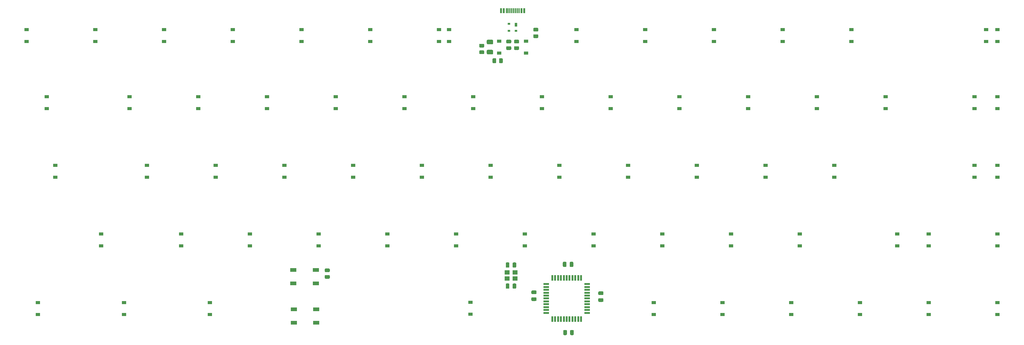
<source format=gbp>
G04 #@! TF.GenerationSoftware,KiCad,Pcbnew,(5.1.10)-1*
G04 #@! TF.CreationDate,2021-06-12T19:03:55-06:00*
G04 #@! TF.ProjectId,pcb,7063622e-6b69-4636-9164-5f7063625858,rev?*
G04 #@! TF.SameCoordinates,Original*
G04 #@! TF.FileFunction,Paste,Bot*
G04 #@! TF.FilePolarity,Positive*
%FSLAX46Y46*%
G04 Gerber Fmt 4.6, Leading zero omitted, Abs format (unit mm)*
G04 Created by KiCad (PCBNEW (5.1.10)-1) date 2021-06-12 19:03:55*
%MOMM*%
%LPD*%
G01*
G04 APERTURE LIST*
%ADD10R,0.600000X1.450000*%
%ADD11R,0.300000X1.450000*%
%ADD12R,0.700000X0.600000*%
%ADD13R,0.700000X1.000000*%
%ADD14R,1.400000X1.200000*%
%ADD15R,0.550000X1.500000*%
%ADD16R,1.500000X0.550000*%
%ADD17R,1.800000X1.100000*%
%ADD18R,1.200000X0.900000*%
G04 APERTURE END LIST*
D10*
X210188075Y-83260000D03*
X203738075Y-83260000D03*
X209413075Y-83260000D03*
X204513075Y-83260000D03*
D11*
X205213075Y-83260000D03*
X208713075Y-83260000D03*
X205713075Y-83260000D03*
X208213075Y-83260000D03*
X206213075Y-83260000D03*
X207713075Y-83260000D03*
X207213075Y-83260000D03*
X206713075Y-83260000D03*
D12*
X205899000Y-88822000D03*
X207899000Y-88822000D03*
X205899000Y-86922000D03*
D13*
X207899000Y-87122000D03*
G36*
G01*
X230919000Y-163071000D02*
X231869000Y-163071000D01*
G75*
G02*
X232119000Y-163321000I0J-250000D01*
G01*
X232119000Y-163821000D01*
G75*
G02*
X231869000Y-164071000I-250000J0D01*
G01*
X230919000Y-164071000D01*
G75*
G02*
X230669000Y-163821000I0J250000D01*
G01*
X230669000Y-163321000D01*
G75*
G02*
X230919000Y-163071000I250000J0D01*
G01*
G37*
G36*
G01*
X230919000Y-161171000D02*
X231869000Y-161171000D01*
G75*
G02*
X232119000Y-161421000I0J-250000D01*
G01*
X232119000Y-161921000D01*
G75*
G02*
X231869000Y-162171000I-250000J0D01*
G01*
X230919000Y-162171000D01*
G75*
G02*
X230669000Y-161921000I0J250000D01*
G01*
X230669000Y-161421000D01*
G75*
G02*
X230919000Y-161171000I250000J0D01*
G01*
G37*
D14*
X205402000Y-157631500D03*
X207602000Y-157631500D03*
X207602000Y-155931500D03*
X205402000Y-155931500D03*
D15*
X217932500Y-168831500D03*
X218732500Y-168831500D03*
X219532500Y-168831500D03*
X220332500Y-168831500D03*
X221132500Y-168831500D03*
X221932500Y-168831500D03*
X222732500Y-168831500D03*
X223532500Y-168831500D03*
X224332500Y-168831500D03*
X225132500Y-168831500D03*
X225932500Y-168831500D03*
D16*
X227632500Y-167131500D03*
X227632500Y-166331500D03*
X227632500Y-165531500D03*
X227632500Y-164731500D03*
X227632500Y-163931500D03*
X227632500Y-163131500D03*
X227632500Y-162331500D03*
X227632500Y-161531500D03*
X227632500Y-160731500D03*
X227632500Y-159931500D03*
X227632500Y-159131500D03*
D15*
X225932500Y-157431500D03*
X225132500Y-157431500D03*
X224332500Y-157431500D03*
X223532500Y-157431500D03*
X222732500Y-157431500D03*
X221932500Y-157431500D03*
X221132500Y-157431500D03*
X220332500Y-157431500D03*
X219532500Y-157431500D03*
X218732500Y-157431500D03*
X217932500Y-157431500D03*
D16*
X216232500Y-159131500D03*
X216232500Y-159931500D03*
X216232500Y-160731500D03*
X216232500Y-161531500D03*
X216232500Y-162331500D03*
X216232500Y-163131500D03*
X216232500Y-163931500D03*
X216232500Y-164731500D03*
X216232500Y-165531500D03*
X216232500Y-166331500D03*
X216232500Y-167131500D03*
D17*
X152515500Y-169871000D03*
X146315500Y-166171000D03*
X152515500Y-166171000D03*
X146315500Y-169871000D03*
X152388500Y-158949000D03*
X146188500Y-155249000D03*
X152388500Y-155249000D03*
X146188500Y-158949000D03*
G36*
G01*
X155124998Y-156633500D02*
X156025002Y-156633500D01*
G75*
G02*
X156275000Y-156883498I0J-249998D01*
G01*
X156275000Y-157408502D01*
G75*
G02*
X156025002Y-157658500I-249998J0D01*
G01*
X155124998Y-157658500D01*
G75*
G02*
X154875000Y-157408502I0J249998D01*
G01*
X154875000Y-156883498D01*
G75*
G02*
X155124998Y-156633500I249998J0D01*
G01*
G37*
G36*
G01*
X155124998Y-154808500D02*
X156025002Y-154808500D01*
G75*
G02*
X156275000Y-155058498I0J-249998D01*
G01*
X156275000Y-155583502D01*
G75*
G02*
X156025002Y-155833500I-249998J0D01*
G01*
X155124998Y-155833500D01*
G75*
G02*
X154875000Y-155583502I0J249998D01*
G01*
X154875000Y-155058498D01*
G75*
G02*
X155124998Y-154808500I249998J0D01*
G01*
G37*
G36*
G01*
X206317002Y-92333500D02*
X205416998Y-92333500D01*
G75*
G02*
X205167000Y-92083502I0J249998D01*
G01*
X205167000Y-91558498D01*
G75*
G02*
X205416998Y-91308500I249998J0D01*
G01*
X206317002Y-91308500D01*
G75*
G02*
X206567000Y-91558498I0J-249998D01*
G01*
X206567000Y-92083502D01*
G75*
G02*
X206317002Y-92333500I-249998J0D01*
G01*
G37*
G36*
G01*
X206317002Y-94158500D02*
X205416998Y-94158500D01*
G75*
G02*
X205167000Y-93908502I0J249998D01*
G01*
X205167000Y-93383498D01*
G75*
G02*
X205416998Y-93133500I249998J0D01*
G01*
X206317002Y-93133500D01*
G75*
G02*
X206567000Y-93383498I0J-249998D01*
G01*
X206567000Y-93908502D01*
G75*
G02*
X206317002Y-94158500I-249998J0D01*
G01*
G37*
G36*
G01*
X201370500Y-97605002D02*
X201370500Y-96704998D01*
G75*
G02*
X201620498Y-96455000I249998J0D01*
G01*
X202145502Y-96455000D01*
G75*
G02*
X202395500Y-96704998I0J-249998D01*
G01*
X202395500Y-97605002D01*
G75*
G02*
X202145502Y-97855000I-249998J0D01*
G01*
X201620498Y-97855000D01*
G75*
G02*
X201370500Y-97605002I0J249998D01*
G01*
G37*
G36*
G01*
X203195500Y-97605002D02*
X203195500Y-96704998D01*
G75*
G02*
X203445498Y-96455000I249998J0D01*
G01*
X203970502Y-96455000D01*
G75*
G02*
X204220500Y-96704998I0J-249998D01*
G01*
X204220500Y-97605002D01*
G75*
G02*
X203970502Y-97855000I-249998J0D01*
G01*
X203445498Y-97855000D01*
G75*
G02*
X203195500Y-97605002I0J249998D01*
G01*
G37*
G36*
G01*
X208476002Y-92333500D02*
X207575998Y-92333500D01*
G75*
G02*
X207326000Y-92083502I0J249998D01*
G01*
X207326000Y-91558498D01*
G75*
G02*
X207575998Y-91308500I249998J0D01*
G01*
X208476002Y-91308500D01*
G75*
G02*
X208726000Y-91558498I0J-249998D01*
G01*
X208726000Y-92083502D01*
G75*
G02*
X208476002Y-92333500I-249998J0D01*
G01*
G37*
G36*
G01*
X208476002Y-94158500D02*
X207575998Y-94158500D01*
G75*
G02*
X207326000Y-93908502I0J249998D01*
G01*
X207326000Y-93383498D01*
G75*
G02*
X207575998Y-93133500I249998J0D01*
G01*
X208476002Y-93133500D01*
G75*
G02*
X208726000Y-93383498I0J-249998D01*
G01*
X208726000Y-93908502D01*
G75*
G02*
X208476002Y-94158500I-249998J0D01*
G01*
G37*
G36*
G01*
X213810002Y-89031500D02*
X212909998Y-89031500D01*
G75*
G02*
X212660000Y-88781502I0J249998D01*
G01*
X212660000Y-88256498D01*
G75*
G02*
X212909998Y-88006500I249998J0D01*
G01*
X213810002Y-88006500D01*
G75*
G02*
X214060000Y-88256498I0J-249998D01*
G01*
X214060000Y-88781502D01*
G75*
G02*
X213810002Y-89031500I-249998J0D01*
G01*
G37*
G36*
G01*
X213810002Y-90856500D02*
X212909998Y-90856500D01*
G75*
G02*
X212660000Y-90606502I0J249998D01*
G01*
X212660000Y-90081498D01*
G75*
G02*
X212909998Y-89831500I249998J0D01*
G01*
X213810002Y-89831500D01*
G75*
G02*
X214060000Y-90081498I0J-249998D01*
G01*
X214060000Y-90606502D01*
G75*
G02*
X213810002Y-90856500I-249998J0D01*
G01*
G37*
G36*
G01*
X198824002Y-95301500D02*
X197923998Y-95301500D01*
G75*
G02*
X197674000Y-95051502I0J249998D01*
G01*
X197674000Y-94526498D01*
G75*
G02*
X197923998Y-94276500I249998J0D01*
G01*
X198824002Y-94276500D01*
G75*
G02*
X199074000Y-94526498I0J-249998D01*
G01*
X199074000Y-95051502D01*
G75*
G02*
X198824002Y-95301500I-249998J0D01*
G01*
G37*
G36*
G01*
X198824002Y-93476500D02*
X197923998Y-93476500D01*
G75*
G02*
X197674000Y-93226502I0J249998D01*
G01*
X197674000Y-92701498D01*
G75*
G02*
X197923998Y-92451500I249998J0D01*
G01*
X198824002Y-92451500D01*
G75*
G02*
X199074000Y-92701498I0J-249998D01*
G01*
X199074000Y-93226502D01*
G75*
G02*
X198824002Y-93476500I-249998J0D01*
G01*
G37*
G36*
G01*
X201285000Y-92573000D02*
X200035000Y-92573000D01*
G75*
G02*
X199785000Y-92323000I0J250000D01*
G01*
X199785000Y-91573000D01*
G75*
G02*
X200035000Y-91323000I250000J0D01*
G01*
X201285000Y-91323000D01*
G75*
G02*
X201535000Y-91573000I0J-250000D01*
G01*
X201535000Y-92323000D01*
G75*
G02*
X201285000Y-92573000I-250000J0D01*
G01*
G37*
G36*
G01*
X201285000Y-95373000D02*
X200035000Y-95373000D01*
G75*
G02*
X199785000Y-95123000I0J250000D01*
G01*
X199785000Y-94373000D01*
G75*
G02*
X200035000Y-94123000I250000J0D01*
G01*
X201285000Y-94123000D01*
G75*
G02*
X201535000Y-94373000I0J-250000D01*
G01*
X201535000Y-95123000D01*
G75*
G02*
X201285000Y-95373000I-250000J0D01*
G01*
G37*
D18*
X341312500Y-164243750D03*
X341312500Y-167543750D03*
X341312500Y-145193750D03*
X341312500Y-148493750D03*
X341312500Y-126143750D03*
X341312500Y-129443750D03*
X341312500Y-107093750D03*
X341312500Y-110393750D03*
X341312500Y-88521000D03*
X341312500Y-91821000D03*
X322262500Y-164243750D03*
X322262500Y-167543750D03*
X322262500Y-145193750D03*
X322262500Y-148493750D03*
X334962500Y-126143750D03*
X334962500Y-129443750D03*
X334962500Y-107093750D03*
X334962500Y-110393750D03*
X338137500Y-88521000D03*
X338137500Y-91821000D03*
X303212500Y-164243750D03*
X303212500Y-167543750D03*
X313531250Y-145193750D03*
X313531250Y-148493750D03*
X310356250Y-107093750D03*
X310356250Y-110393750D03*
X300831250Y-88521000D03*
X300831250Y-91821000D03*
X284162500Y-164243750D03*
X284162500Y-167543750D03*
X286543750Y-145193750D03*
X286543750Y-148493750D03*
X296068750Y-126143750D03*
X296068750Y-129443750D03*
X291306250Y-107093750D03*
X291306250Y-110393750D03*
X281781250Y-88521000D03*
X281781250Y-91821000D03*
X265112500Y-164243750D03*
X265112500Y-167543750D03*
X267493750Y-145193750D03*
X267493750Y-148493750D03*
X277018750Y-126143750D03*
X277018750Y-129443750D03*
X272256250Y-107093750D03*
X272256250Y-110393750D03*
X262731250Y-88521000D03*
X262731250Y-91821000D03*
X246062500Y-164243750D03*
X246062500Y-167543750D03*
X248443750Y-145193750D03*
X248443750Y-148493750D03*
X257968750Y-126143750D03*
X257968750Y-129443750D03*
X253206250Y-107093750D03*
X253206250Y-110393750D03*
X243681250Y-88521000D03*
X243681250Y-91821000D03*
X229393750Y-145193750D03*
X229393750Y-148493750D03*
X238918750Y-126143750D03*
X238918750Y-129443750D03*
X234156250Y-107093750D03*
X234156250Y-110393750D03*
X224631250Y-88521000D03*
X224631250Y-91821000D03*
X210343750Y-145193750D03*
X210343750Y-148493750D03*
X219868750Y-126143750D03*
X219868750Y-129443750D03*
X215106250Y-107093750D03*
X215106250Y-110393750D03*
X189357000Y-88520000D03*
X189357000Y-91820000D03*
X191293750Y-145193750D03*
X191293750Y-148493750D03*
X200818750Y-126143750D03*
X200818750Y-129443750D03*
X196056250Y-107093750D03*
X196056250Y-110393750D03*
X186531250Y-88521000D03*
X186531250Y-91821000D03*
X195262500Y-164211000D03*
X195262500Y-167511000D03*
X172243750Y-145193750D03*
X172243750Y-148493750D03*
X181768750Y-126143750D03*
X181768750Y-129443750D03*
X177006250Y-107093750D03*
X177006250Y-110393750D03*
X167481250Y-88521000D03*
X167481250Y-91821000D03*
X153193750Y-145193750D03*
X153193750Y-148493750D03*
X162718750Y-126143750D03*
X162718750Y-129443750D03*
X157956250Y-107093750D03*
X157956250Y-110393750D03*
X148431250Y-88519000D03*
X148431250Y-91819000D03*
X134143750Y-145193750D03*
X134143750Y-148493750D03*
X143668750Y-126143750D03*
X143668750Y-129443750D03*
X138906250Y-107093750D03*
X138906250Y-110393750D03*
X129381250Y-88519000D03*
X129381250Y-91819000D03*
X123031250Y-164243750D03*
X123031250Y-167543750D03*
X115093750Y-145193750D03*
X115093750Y-148493750D03*
X124618750Y-126143750D03*
X124618750Y-129443750D03*
X119856250Y-107093750D03*
X119856250Y-110393750D03*
X110331250Y-88519000D03*
X110331250Y-91819000D03*
X99218750Y-164243750D03*
X99218750Y-167543750D03*
X105568750Y-126143750D03*
X105568750Y-129443750D03*
X100806250Y-107093750D03*
X100806250Y-110393750D03*
X91281250Y-88519000D03*
X91281250Y-91819000D03*
X75406250Y-164243750D03*
X75406250Y-167543750D03*
X92868750Y-145193750D03*
X92868750Y-148493750D03*
X80168750Y-126206250D03*
X80168750Y-129506250D03*
X77787500Y-107093750D03*
X77787500Y-110393750D03*
X72231250Y-88519000D03*
X72231250Y-91819000D03*
X203200000Y-94994000D03*
X203200000Y-91694000D03*
X210693000Y-94994000D03*
X210693000Y-91694000D03*
G36*
G01*
X221993000Y-172118000D02*
X221993000Y-173068000D01*
G75*
G02*
X221743000Y-173318000I-250000J0D01*
G01*
X221243000Y-173318000D01*
G75*
G02*
X220993000Y-173068000I0J250000D01*
G01*
X220993000Y-172118000D01*
G75*
G02*
X221243000Y-171868000I250000J0D01*
G01*
X221743000Y-171868000D01*
G75*
G02*
X221993000Y-172118000I0J-250000D01*
G01*
G37*
G36*
G01*
X223893000Y-172118000D02*
X223893000Y-173068000D01*
G75*
G02*
X223643000Y-173318000I-250000J0D01*
G01*
X223143000Y-173318000D01*
G75*
G02*
X222893000Y-173068000I0J250000D01*
G01*
X222893000Y-172118000D01*
G75*
G02*
X223143000Y-171868000I250000J0D01*
G01*
X223643000Y-171868000D01*
G75*
G02*
X223893000Y-172118000I0J-250000D01*
G01*
G37*
G36*
G01*
X213327000Y-161917000D02*
X212377000Y-161917000D01*
G75*
G02*
X212127000Y-161667000I0J250000D01*
G01*
X212127000Y-161167000D01*
G75*
G02*
X212377000Y-160917000I250000J0D01*
G01*
X213327000Y-160917000D01*
G75*
G02*
X213577000Y-161167000I0J-250000D01*
G01*
X213577000Y-161667000D01*
G75*
G02*
X213327000Y-161917000I-250000J0D01*
G01*
G37*
G36*
G01*
X213327000Y-163817000D02*
X212377000Y-163817000D01*
G75*
G02*
X212127000Y-163567000I0J250000D01*
G01*
X212127000Y-163067000D01*
G75*
G02*
X212377000Y-162817000I250000J0D01*
G01*
X213327000Y-162817000D01*
G75*
G02*
X213577000Y-163067000I0J-250000D01*
G01*
X213577000Y-163567000D01*
G75*
G02*
X213327000Y-163817000I-250000J0D01*
G01*
G37*
G36*
G01*
X206049500Y-159227500D02*
X206049500Y-160177500D01*
G75*
G02*
X205799500Y-160427500I-250000J0D01*
G01*
X205299500Y-160427500D01*
G75*
G02*
X205049500Y-160177500I0J250000D01*
G01*
X205049500Y-159227500D01*
G75*
G02*
X205299500Y-158977500I250000J0D01*
G01*
X205799500Y-158977500D01*
G75*
G02*
X206049500Y-159227500I0J-250000D01*
G01*
G37*
G36*
G01*
X207949500Y-159227500D02*
X207949500Y-160177500D01*
G75*
G02*
X207699500Y-160427500I-250000J0D01*
G01*
X207199500Y-160427500D01*
G75*
G02*
X206949500Y-160177500I0J250000D01*
G01*
X206949500Y-159227500D01*
G75*
G02*
X207199500Y-158977500I250000J0D01*
G01*
X207699500Y-158977500D01*
G75*
G02*
X207949500Y-159227500I0J-250000D01*
G01*
G37*
G36*
G01*
X206952000Y-154335500D02*
X206952000Y-153385500D01*
G75*
G02*
X207202000Y-153135500I250000J0D01*
G01*
X207702000Y-153135500D01*
G75*
G02*
X207952000Y-153385500I0J-250000D01*
G01*
X207952000Y-154335500D01*
G75*
G02*
X207702000Y-154585500I-250000J0D01*
G01*
X207202000Y-154585500D01*
G75*
G02*
X206952000Y-154335500I0J250000D01*
G01*
G37*
G36*
G01*
X205052000Y-154335500D02*
X205052000Y-153385500D01*
G75*
G02*
X205302000Y-153135500I250000J0D01*
G01*
X205802000Y-153135500D01*
G75*
G02*
X206052000Y-153385500I0J-250000D01*
G01*
X206052000Y-154335500D01*
G75*
G02*
X205802000Y-154585500I-250000J0D01*
G01*
X205302000Y-154585500D01*
G75*
G02*
X205052000Y-154335500I0J250000D01*
G01*
G37*
G36*
G01*
X222766000Y-154145000D02*
X222766000Y-153195000D01*
G75*
G02*
X223016000Y-152945000I250000J0D01*
G01*
X223516000Y-152945000D01*
G75*
G02*
X223766000Y-153195000I0J-250000D01*
G01*
X223766000Y-154145000D01*
G75*
G02*
X223516000Y-154395000I-250000J0D01*
G01*
X223016000Y-154395000D01*
G75*
G02*
X222766000Y-154145000I0J250000D01*
G01*
G37*
G36*
G01*
X220866000Y-154145000D02*
X220866000Y-153195000D01*
G75*
G02*
X221116000Y-152945000I250000J0D01*
G01*
X221616000Y-152945000D01*
G75*
G02*
X221866000Y-153195000I0J-250000D01*
G01*
X221866000Y-154145000D01*
G75*
G02*
X221616000Y-154395000I-250000J0D01*
G01*
X221116000Y-154395000D01*
G75*
G02*
X220866000Y-154145000I0J250000D01*
G01*
G37*
M02*

</source>
